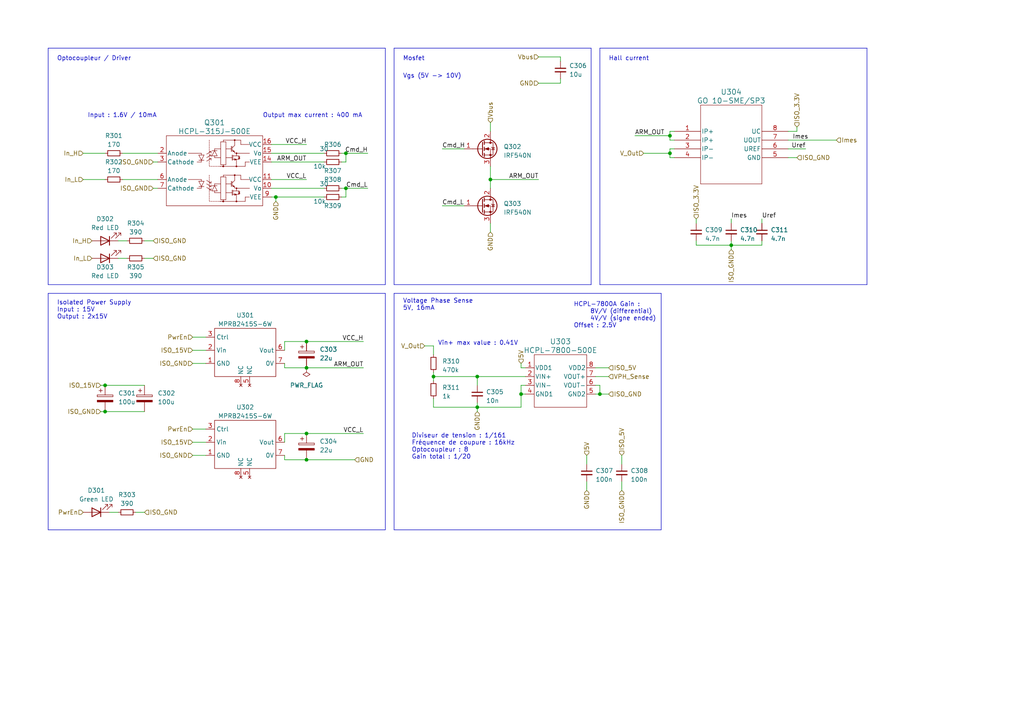
<source format=kicad_sch>
(kicad_sch (version 20250114) (generator "eeschema") (generator_version "9.0")
  (paper "A4")
  (title_block (title "AAP Inverter") (date "2023-05-01") (company "ENSEA"))
  (lib_symbols
    (symbol "Custom:GO_10-SME" (pin_names (offset 0.254))
      (property "Reference" "U" (at 7.62 -12.7 0))
      (property "Value" "GO 10-SME/SP3" (at 0 12.7 0))
      (symbol "GO_10-SME_0_1"
        (polyline (pts (xy -8.89 11.43) (xy -8.89 -11.43)) (stroke (width 0.127)))
        (polyline (pts (xy -8.89 -11.43) (xy 8.89 -11.43)) (stroke (width 0.127)))
        (polyline (pts (xy 8.89 11.43) (xy -8.89 11.43)) (stroke (width 0.127)))
        (polyline (pts (xy 8.89 -11.43) (xy 8.89 11.43)) (stroke (width 0.127)))
        (pin input line (at -16.51 3.81 0) (length 7.62) (name "IP+") (number "1"))
        (pin input line (at -16.51 1.27 0) (length 7.62) (name "IP+") (number "2"))
        (pin power_in line (at 16.51 3.81 180) (length 7.62) (name "UC") (number "8"))
        (pin output line (at 16.51 1.27 180) (length 7.62) (name "UOUT") (number "7"))
      )
      (symbol "GO_10-SME_1_1"
        (pin passive line (at -16.51 -1.27 0) (length 7.62) (name "IP-") (number "3"))
        (pin passive line (at -16.51 -3.81 0) (length 7.62) (name "IP-") (number "4"))
        (pin output line (at 16.51 -1.27 180) (length 7.62) (name "UREF") (number "6"))
        (pin power_in line (at 16.51 -3.81 180) (length 7.62) (name "GND") (number "5"))
      )
    )
    (symbol "Custom:HCPL-315J-500E" (pin_names (offset 0.254))
      (property "Reference" "Q" (at 10.16 -12.7 0))
      (property "Value" "HCPL-315J-500E" (at 0 10.16 0))
      (symbol "HCPL-315J-500E_0_1"
        (polyline (pts (xy -13.97 8.89) (xy -13.97 -11.43)) (stroke (width 0.127)))
        (polyline (pts (xy -13.97 -11.43) (xy 13.97 -11.43)) (stroke (width 0.127)))
        (polyline (pts (xy -7.62 3.81) (xy -3.81 3.81)) (stroke (width 0.127)))
        (polyline (pts (xy -7.62 -3.81) (xy -3.81 -3.81)) (stroke (width 0.127)))
        (polyline (pts (xy -5.08 1.27) (xy -3.81 1.27)) (stroke (width 0.127)))
        (polyline (pts (xy -5.08 -6.35) (xy -3.81 -6.35)) (stroke (width 0.127)))
        (polyline (pts (xy -4.572 3.302) (xy -3.81 1.778)) (stroke (width 0.127)))
        (polyline (pts (xy -4.572 -4.318) (xy -3.81 -5.842)) (stroke (width 0.127)))
        (polyline (pts (xy -3.81 3.302) (xy -3.81 3.81)) (stroke (width 0.127)))
        (polyline (pts (xy -3.81 1.778) (xy -3.048 3.302)) (stroke (width 0.127)))
        (polyline (pts (xy -3.81 1.27) (xy -3.81 1.778)) (stroke (width 0.127)))
        (polyline (pts (xy -3.81 -4.318) (xy -3.81 -3.81)) (stroke (width 0.127)))
        (polyline (pts (xy -3.81 -5.842) (xy -3.048 -4.318)) (stroke (width 0.127)))
        (polyline (pts (xy -3.81 -6.35) (xy -3.81 -5.842)) (stroke (width 0.127)))
        (polyline (pts (xy -3.048 3.302) (xy -4.572 3.302)) (stroke (width 0.127)))
        (polyline (pts (xy -3.048 1.778) (xy -4.572 1.778)) (stroke (width 0.127)))
        (polyline (pts (xy -3.048 -4.318) (xy -4.572 -4.318)) (stroke (width 0.127)))
        (polyline (pts (xy -3.048 -5.842) (xy -4.572 -5.842)) (stroke (width 0.127)))
        (polyline (pts (xy -2.286 3.556) (xy -1.016 4.318)) (stroke (width 0.127)))
        (polyline (pts (xy -2.286 2.54) (xy -1.016 3.302)) (stroke (width 0.127)))
        (polyline (pts (xy -2.286 1.524) (xy -1.016 2.286)) (stroke (width 0.127)))
        (polyline (pts (xy -2.286 -4.064) (xy -1.016 -4.826)) (stroke (width 0.127)))
        (polyline (pts (xy -2.286 -5.08) (xy -1.016 -5.842)) (stroke (width 0.127)))
        (polyline (pts (xy -2.286 -6.096) (xy -1.016 -6.858)) (stroke (width 0.127)))
        (polyline (pts (xy -1.524 7.366) (xy -1.524 7.62)) (stroke (width 0.127)))
        (polyline (pts (xy -1.524 6.858) (xy -1.524 7.112)) (stroke (width 0.127)))
        (polyline (pts (xy -1.524 6.35) (xy -1.524 6.604)) (stroke (width 0.127)))
        (polyline (pts (xy -1.524 5.842) (xy -1.524 6.096)) (stroke (width 0.127)))
        (polyline (pts (xy -1.524 5.334) (xy -1.524 5.588)) (stroke (width 0.127)))
        (polyline (pts (xy -1.524 4.826) (xy -1.524 5.08)) (stroke (width 0.127)))
        (polyline (pts (xy -1.524 4.318) (xy -1.524 4.572)) (stroke (width 0.127)))
        (polyline (pts (xy -1.524 3.81) (xy -1.524 4.064)) (stroke (width 0.127)))
        (polyline (pts (xy -1.524 3.302) (xy -1.524 3.556)) (stroke (width 0.127)))
        (polyline (pts (xy -1.524 3.048) (xy -1.524 2.794)) (stroke (width 0.127)))
        (polyline (pts (xy -1.524 2.54) (xy -1.524 2.286)) (stroke (width 0.127)))
        (polyline (pts (xy -1.524 2.032) (xy -1.524 1.778)) (stroke (width 0.127)))
        (polyline (pts (xy -1.524 1.524) (xy -1.524 1.27)) (stroke (width 0.127)))
        (polyline (pts (xy -1.524 1.016) (xy -1.524 0.762)) (stroke (width 0.127)))
        (polyline (pts (xy -1.524 0.508) (xy -1.524 0.254)) (stroke (width 0.127)))
        (polyline (pts (xy -1.524 0) (xy -1.27 0)) (stroke (width 0.127)))
        (polyline (pts (xy -1.524 -2.794) (xy -1.524 -2.54)) (stroke (width 0.127)))
        (polyline (pts (xy -1.524 -3.302) (xy -1.524 -3.048)) (stroke (width 0.127)))
        (polyline (pts (xy -1.524 -3.81) (xy -1.524 -3.556)) (stroke (width 0.127)))
        (polyline (pts (xy -1.524 -4.318) (xy -1.524 -4.064)) (stroke (width 0.127)))
        (polyline (pts (xy -1.524 -4.826) (xy -1.524 -4.572)) (stroke (width 0.127)))
        (polyline (pts (xy -1.524 -5.334) (xy -1.524 -5.08)) (stroke (width 0.127)))
        (polyline (pts (xy -1.524 -5.588) (xy -1.524 -5.842)) (stroke (width 0.127)))
        (polyline (pts (xy -1.524 -6.096) (xy -1.524 -6.35)) (stroke (width 0.127)))
        (polyline (pts (xy -1.524 -6.604) (xy -1.524 -6.858)) (stroke (width 0.127)))
        (polyline (pts (xy -1.524 -7.112) (xy -1.524 -7.366)) (stroke (width 0.127)))
        (polyline (pts (xy -1.524 -7.62) (xy -1.524 -7.874)) (stroke (width 0.127)))
        (polyline (pts (xy -1.524 -8.128) (xy -1.524 -8.382)) (stroke (width 0.127)))
        (polyline (pts (xy -1.524 -8.636) (xy -1.524 -8.89)) (stroke (width 0.127)))
        (polyline (pts (xy -1.524 -9.144) (xy -1.524 -9.398)) (stroke (width 0.127)))
        (polyline (pts (xy -1.524 -9.652) (xy -1.524 -9.906)) (stroke (width 0.127)))
        (polyline (pts (xy -1.524 -10.16) (xy -1.27 -10.16)) (stroke (width 0.127)))
        (polyline (pts (xy -1.016 4.318) (xy -1.524 4.318)) (stroke (width 0.127)))
        (polyline (pts (xy -1.016 4.318) (xy -1.016 3.81)) (stroke (width 0.127)))
        (polyline (pts (xy -1.016 3.302) (xy -1.524 3.302)) (stroke (width 0.127)))
        (polyline (pts (xy -1.016 3.302) (xy -1.016 2.794)) (stroke (width 0.127)))
        (polyline (pts (xy -1.016 2.286) (xy -1.524 2.286)) (stroke (width 0.127)))
        (polyline (pts (xy -1.016 2.286) (xy -1.016 1.778)) (stroke (width 0.127)))
        (polyline (pts (xy -1.016 -4.826) (xy -1.524 -4.826)) (stroke (width 0.127)))
        (polyline (pts (xy -1.016 -4.826) (xy -1.016 -4.318)) (stroke (width 0.127)))
        (polyline (pts (xy -1.016 -5.842) (xy -1.524 -5.842)) (stroke (width 0.127)))
        (polyline (pts (xy -1.016 -5.842) (xy -1.016 -5.334)) (stroke (width 0.127)))
        (polyline (pts (xy -1.016 -6.858) (xy -1.524 -6.858)) (stroke (width 0.127)))
        (polyline (pts (xy -1.016 -6.858) (xy -1.016 -6.35)) (stroke (width 0.127)))
        (polyline (pts (xy -0.762 4.572) (xy 0.762 4.572)) (stroke (width 0.127)))
        (polyline (pts (xy -0.762 3.048) (xy 0.762 3.048)) (stroke (width 0.127)))
        (polyline (pts (xy -0.762 0) (xy -1.016 0)) (stroke (width 0.127)))
        (polyline (pts (xy -0.762 -5.588) (xy 0.762 -5.588)) (stroke (width 0.127)))
        (polyline (pts (xy -0.762 -7.112) (xy 0.762 -7.112)) (stroke (width 0.127)))
        (polyline (pts (xy -0.762 -10.16) (xy -1.016 -10.16)) (stroke (width 0.127)))
        (polyline (pts (xy -0.254 0) (xy -0.508 0)) (stroke (width 0.127)))
        (polyline (pts (xy -0.254 -10.16) (xy -0.508 -10.16)) (stroke (width 0.127)))
        (polyline (pts (xy 0 5.08) (xy 0 4.572)) (stroke (width 0.127)))
        (polyline (pts (xy 0 4.572) (xy -0.762 3.048)) (stroke (width 0.127)))
        (polyline (pts (xy 0 3.048) (xy 0 2.54)) (stroke (width 0.127)))
        (polyline (pts (xy 0 -5.08) (xy 0 -5.588)) (stroke (width 0.127)))
        (polyline (pts (xy 0 -5.588) (xy -0.762 -7.112)) (stroke (width 0.127)))
        (polyline (pts (xy 0 -7.112) (xy 0 -7.62)) (stroke (width 0.127)))
        (polyline (pts (xy 0.254 0) (xy 0 0)) (stroke (width 0.127)))
        (polyline (pts (xy 0.254 -10.16) (xy 0 -10.16)) (stroke (width 0.127)))
        (polyline (pts (xy 0.762 3.048) (xy 0 4.572)) (stroke (width 0.127)))
        (polyline (pts (xy 0.762 0) (xy 0.508 0)) (stroke (width 0.127)))
        (polyline (pts (xy 0.762 -7.112) (xy 0 -5.588)) (stroke (width 0.127)))
        (polyline (pts (xy 0.762 -10.16) (xy 0.508 -10.16)) (stroke (width 0.127)))
        (polyline (pts (xy 1.27 0) (xy 1.016 0)) (stroke (width 0.127)))
        (polyline (pts (xy 1.27 -10.16) (xy 1.016 -10.16)) (stroke (width 0.127)))
        (polyline (pts (xy 1.778 7.112) (xy 1.778 0.508)) (stroke (width 0.127)))
        (polyline (pts (xy 1.778 5.08) (xy 0 5.08)) (stroke (width 0.127)))
        (polyline (pts (xy 1.778 2.54) (xy 0 2.54)) (stroke (width 0.127)))
        (polyline (pts (xy 1.778 0.508) (xy 3.302 0.508)) (stroke (width 0.127)))
        (polyline (pts (xy 1.778 0) (xy 1.524 0)) (stroke (width 0.127)))
        (polyline (pts (xy 1.778 0) (xy 1.524 0)) (stroke (width 0.127)))
        (polyline (pts (xy 1.778 -3.048) (xy 1.778 -9.652)) (stroke (width 0.127)))
        (polyline (pts (xy 1.778 -5.08) (xy 0 -5.08)) (stroke (width 0.127)))
        (polyline (pts (xy 1.778 -7.62) (xy 0 -7.62)) (stroke (width 0.127)))
        (polyline (pts (xy 1.778 -9.652) (xy 3.302 -9.652)) (stroke (width 0.127)))
        (polyline (pts (xy 1.778 -10.16) (xy 1.524 -10.16)) (stroke (width 0.127)))
        (polyline (pts (xy 1.778 -10.16) (xy 1.524 -10.16)) (stroke (width 0.127)))
        (polyline (pts (xy 2.286 0) (xy 2.032 0)) (stroke (width 0.127)))
        (polyline (pts (xy 2.286 0) (xy 2.032 0)) (stroke (width 0.127)))
        (polyline (pts (xy 2.286 -10.16) (xy 2.032 -10.16)) (stroke (width 0.127)))
        (polyline (pts (xy 2.286 -10.16) (xy 2.032 -10.16)) (stroke (width 0.127)))
        (polyline (pts (xy 2.54 7.62) (xy 2.54 7.112)) (stroke (width 0.127)))
        (polyline (pts (xy 2.54 0.508) (xy 2.54 0)) (stroke (width 0.127)))
        (circle (center 2.54 0) (radius 0.127) (stroke (width 0.254)))
        (polyline (pts (xy 2.54 -2.54) (xy 2.54 -3.048)) (stroke (width 0.127)))
        (polyline (pts (xy 2.54 -9.652) (xy 2.54 -10.16)) (stroke (width 0.127)))
        (circle (center 2.54 -10.16) (radius 0.127) (stroke (width 0.254)))
        (polyline (pts (xy 3.302 7.112) (xy 1.778 7.112)) (stroke (width 0.127)))
        (polyline (pts (xy 3.302 5.08) (xy 4.826 5.08)) (stroke (width 0.127)))
        (polyline (pts (xy 3.302 2.54) (xy 5.08 2.54)) (stroke (width 0.127)))
        (polyline (pts (xy 3.302 0.508) (xy 3.302 7.112)) (stroke (width 0.127)))
        (polyline (pts (xy 3.302 -3.048) (xy 1.778 -3.048)) (stroke (width 0.127)))
        (polyline (pts (xy 3.302 -5.08) (xy 4.826 -5.08)) (stroke (width 0.127)))
        (polyline (pts (xy 3.302 -7.62) (xy 5.08 -7.62)) (stroke (width 0.127)))
        (polyline (pts (xy 3.302 -9.652) (xy 3.302 -3.048)) (stroke (width 0.127)))
        (polyline (pts (xy 4.826 5.842) (xy 4.826 4.318)) (stroke (width 0.127)))
        (polyline (pts (xy 4.826 -4.318) (xy 4.826 -5.842)) (stroke (width 0.127)))
        (polyline (pts (xy 5.08 5.842) (xy 5.08 4.318)) (stroke (width 0.127)))
        (polyline (pts (xy 5.08 5.334) (xy 5.842 6.096)) (stroke (width 0.127)))
        (polyline (pts (xy 5.08 4.826) (xy 5.588 4.318)) (stroke (width 0.127)))
        (polyline (pts (xy 5.08 3.302) (xy 5.08 1.778)) (stroke (width 0.127)))
        (polyline (pts (xy 5.08 -4.318) (xy 5.08 -5.842)) (stroke (width 0.127)))
        (polyline (pts (xy 5.08 -4.826) (xy 5.842 -4.064)) (stroke (width 0.127)))
        (polyline (pts (xy 5.08 -5.334) (xy 5.588 -5.842)) (stroke (width 0.127)))
        (polyline (pts (xy 5.08 -6.858) (xy 5.08 -8.382)) (stroke (width 0.127)))
        (polyline (pts (xy 5.334 3.302) (xy 5.334 1.778)) (stroke (width 0.127)))
        (polyline (pts (xy 5.334 3.048) (xy 7.112 3.048)) (stroke (width 0.127)))
        (polyline (pts (xy 5.334 2.032) (xy 7.112 2.032)) (stroke (width 0.127)))
        (polyline (pts (xy 5.334 -6.858) (xy 5.334 -8.382)) (stroke (width 0.127)))
        (polyline (pts (xy 5.334 -7.112) (xy 7.112 -7.112)) (stroke (width 0.127)))
        (polyline (pts (xy 5.334 -8.128) (xy 7.112 -8.128)) (stroke (width 0.127)))
        (polyline (pts (xy 5.842 7.62) (xy 5.842 6.096)) (stroke (width 0.127)))
        (circle (center 5.842 7.62) (radius 0.127) (stroke (width 0.254)))
        (polyline (pts (xy 5.842 4.064) (xy 5.842 3.81)) (stroke (width 0.127)))
        (polyline (pts (xy 5.842 4.064) (xy 5.588 4.572) (xy 5.334 4.318)) (fill (type outline)))
        (polyline (pts (xy 5.842 -2.54) (xy 5.842 -4.064)) (stroke (width 0.127)))
        (circle (center 5.842 -2.54) (radius 0.127) (stroke (width 0.254)))
        (polyline (pts (xy 5.842 -6.096) (xy 5.842 -6.35)) (stroke (width 0.127)))
        (polyline (pts (xy 5.842 -6.096) (xy 5.588 -5.588) (xy 5.334 -5.842)) (fill (type outline)))
        (polyline (pts (xy 6.35 3.81) (xy 10.16 3.81)) (stroke (width 0.127)))
        (circle (center 6.35 3.81) (radius 0.127) (stroke (width 0.254)))
        (polyline (pts (xy 6.35 3.048) (xy 6.35 3.81)) (stroke (width 0.127)))
        (polyline (pts (xy 6.35 2.032) (xy 5.842 1.778) (xy 5.842 2.286)) (fill (type outline)))
        (polyline (pts (xy 6.35 0) (xy 6.35 2.032)) (stroke (width 0.127)))
        (circle (center 6.35 0) (radius 0.127) (stroke (width 0.254)))
        (polyline (pts (xy 6.35 -6.35) (xy 10.16 -6.35)) (stroke (width 0.127)))
        (circle (center 6.35 -6.35) (radius 0.127) (stroke (width 0.254)))
        (polyline (pts (xy 6.35 -7.112) (xy 6.35 -6.35)) (stroke (width 0.127)))
        (polyline (pts (xy 6.35 -8.128) (xy 5.842 -8.382) (xy 5.842 -7.874)) (fill (type outline)))
        (polyline (pts (xy 6.35 -10.16) (xy 6.35 -8.128)) (stroke (width 0.127)))
        (circle (center 6.35 -10.16) (radius 0.127) (stroke (width 0.254)))
        (polyline (pts (xy 6.858 2.794) (xy 7.366 2.794)) (stroke (width 0.127)))
        (polyline (pts (xy 6.858 -7.366) (xy 7.366 -7.366)) (stroke (width 0.127)))
        (polyline (pts (xy 7.112 3.048) (xy 7.112 2.794)) (stroke (width 0.127)))
        (polyline (pts (xy 7.112 2.794) (xy 7.366 2.286) (xy 6.858 2.286)) (fill (type outline)))
        (polyline (pts (xy 7.112 2.286) (xy 7.112 2.032)) (stroke (width 0.127)))
        (polyline (pts (xy 7.112 -7.112) (xy 7.112 -7.366)) (stroke (width 0.127)))
        (polyline (pts (xy 7.112 -7.366) (xy 7.366 -7.874) (xy 6.858 -7.874)) (fill (type outline)))
        (polyline (pts (xy 7.112 -7.874) (xy 7.112 -8.128)) (stroke (width 0.127)))
        (polyline (pts (xy 7.62 7.62) (xy 2.54 7.62)) (stroke (width 0.127)))
        (polyline (pts (xy 7.62 7.62) (xy 7.62 6.35)) (stroke (width 0.127)))
        (polyline (pts (xy 7.62 6.35) (xy 10.16 6.35)) (stroke (width 0.127)))
        (polyline (pts (xy 7.62 -2.54) (xy 2.54 -2.54)) (stroke (width 0.127)))
        (polyline (pts (xy 7.62 -2.54) (xy 7.62 -3.81)) (stroke (width 0.127)))
        (polyline (pts (xy 7.62 -3.81) (xy 10.16 -3.81)) (stroke (width 0.127)))
        (polyline (pts (xy 8.89 1.27) (xy 8.89 0)) (stroke (width 0.127)))
        (polyline (pts (xy 8.89 1.27) (xy 10.16 1.27)) (stroke (width 0.127)))
        (polyline (pts (xy 8.89 0) (xy 2.54 0)) (stroke (width 0.127)))
        (polyline (pts (xy 8.89 -8.89) (xy 8.89 -10.16)) (stroke (width 0.127)))
        (polyline (pts (xy 8.89 -8.89) (xy 10.16 -8.89)) (stroke (width 0.127)))
        (polyline (pts (xy 8.89 -10.16) (xy 2.54 -10.16)) (stroke (width 0.127)))
        (polyline (pts (xy 13.97 8.89) (xy -13.97 8.89)) (stroke (width 0.127)))
        (polyline (pts (xy 13.97 -11.43) (xy 13.97 8.89)) (stroke (width 0.127)))
      )
      (symbol "HCPL-315J-500E_1_1"
        (pin unspecified line (at -16.51 3.81 0) (length 2.54) (name "Anode") (number "2"))
        (pin unspecified line (at -16.51 1.27 0) (length 2.54) (name "Cathode") (number "3"))
        (pin unspecified line (at -16.51 -3.81 0) (length 2.54) (name "Anode") (number "6"))
        (pin unspecified line (at -16.51 -6.35 0) (length 2.54) (name "Cathode") (number "7"))
        (pin no_connect line (at -16.51 -8.89 0) (length 2.54) (hide yes) (name "N/C") (number "8"))
        (pin no_connect line (at -11.43 6.35 0) (length 2.54) (hide yes) (name "N/C") (number "1"))
        (pin power_in line (at 16.51 6.35 180) (length 2.54) (name "VCC") (number "16"))
        (pin output line (at 16.51 3.81 180) (length 2.54) (name "Vo") (number "15"))
        (pin power_in line (at 16.51 1.27 180) (length 2.54) (name "VEE") (number "14"))
        (pin power_in line (at 16.51 -3.81 180) (length 2.54) (name "VCC") (number "11"))
        (pin output line (at 16.51 -6.35 180) (length 2.54) (name "Vo") (number "10"))
        (pin power_in line (at 16.51 -8.89 180) (length 2.54) (name "VEE") (number "9"))
      )
    )
    (symbol "Custom:HCPL-7800-500E" (pin_names (offset 0.254))
      (property "Reference" "U" (at 6.35 -8.89 0))
      (property "Value" "HCPL-7800-500E" (at 0 8.89 0))
      (symbol "HCPL-7800-500E_0_1"
        (polyline (pts (xy -7.62 7.62) (xy -7.62 -7.62)) (stroke (width 0.127)))
        (polyline (pts (xy -7.62 -7.62) (xy 7.62 -7.62)) (stroke (width 0.127)))
        (polyline (pts (xy 7.62 7.62) (xy -7.62 7.62)) (stroke (width 0.127)))
        (polyline (pts (xy 7.62 -7.62) (xy 7.62 7.62)) (stroke (width 0.127)))
      )
      (symbol "HCPL-7800-500E_1_1"
        (pin power_in line (at -10.16 3.81 0) (length 2.54) (name "VDD1") (number "1"))
        (pin input line (at -10.16 1.27 0) (length 2.54) (name "VIN+") (number "2"))
        (pin input line (at -10.16 -1.27 0) (length 2.54) (name "VIN-") (number "3"))
        (pin power_in line (at -10.16 -3.81 0) (length 2.54) (name "GND1") (number "4"))
        (pin power_in line (at 10.16 3.81 180) (length 2.54) (name "VDD2") (number "8"))
        (pin passive line (at 10.16 1.27 180) (length 2.54) (name "VOUT+") (number "7"))
        (pin passive line (at 10.16 -1.27 180) (length 2.54) (name "VOUT-") (number "6"))
        (pin power_in line (at 10.16 -3.81 180) (length 2.54) (name "GND2") (number "5"))
      )
    )
    (symbol "Custom:MPRB2415S-6W"
      (property "Reference" "U" (at 6.35 -8.89 0))
      (property "Value" "MPRB2415S-6W" (at 0 7.62 0))
      (symbol "MPRB2415S-6W_1_1"
        (rectangle (start -8.89 6.35) (end 8.89 -7.62))
        (pin bidirectional line (at -11.43 3.81 0) (length 2.54) (name "Ctrl") (number "3"))
        (pin power_in line (at -11.43 0 0) (length 2.54) (name "Vin") (number "2"))
        (pin power_in line (at -11.43 -3.81 0) (length 2.54) (name "GND") (number "1"))
        (pin no_connect line (at -1.27 -10.16 90) (length 2.54) (name "NC") (number "8"))
        (pin no_connect line (at 1.27 -10.16 90) (length 2.54) (name "NC") (number "5"))
        (pin power_out line (at 11.43 0 180) (length 2.54) (name "Vout") (number "6"))
        (pin passive line (at 11.43 -3.81 180) (length 2.54) (name "0V") (number "7"))
      )
    )
    (symbol "Device:C_Polarized" (pin_numbers (hide yes)) (pin_names (offset 0.254))
      (property "Reference" "C" (at 0.635 2.54 0))
      (property "Value" "C_Polarized" (at 0.635 -2.54 0))
      (symbol "C_Polarized_0_1"
        (rectangle (start -2.286 0.508) (end 2.286 1.016))
        (polyline (pts (xy -1.778 2.286) (xy -0.762 2.286)))
        (polyline (pts (xy -1.27 2.794) (xy -1.27 1.778)))
        (rectangle (start 2.286 -0.508) (end -2.286 -1.016) (fill (type outline)))
      )
      (symbol "C_Polarized_1_1"
        (pin passive line (at 0 3.81 270) (length 2.794) (name "~") (number "1"))
        (pin passive line (at 0 -3.81 90) (length 2.794) (name "~") (number "2"))
      )
    )
    (symbol "Device:C_Small" (pin_numbers (hide yes)) (pin_names (offset 0.254) (hide yes))
      (property "Reference" "C" (at 0.254 1.778 0))
      (property "Value" "C_Small" (at 0.254 -2.032 0))
      (symbol "C_Small_0_1"
        (polyline (pts (xy -1.524 0.508) (xy 1.524 0.508)) (stroke (width 0.3048)))
        (polyline (pts (xy -1.524 -0.508) (xy 1.524 -0.508)) (stroke (width 0.3302)))
      )
      (symbol "C_Small_1_1"
        (pin passive line (at 0 2.54 270) (length 2.032) (name "~") (number "1"))
        (pin passive line (at 0 -2.54 90) (length 2.032) (name "~") (number "2"))
      )
    )
    (symbol "Device:LED" (pin_numbers (hide yes)) (pin_names (offset 1.016) (hide yes))
      (property "Reference" "D" (at 0 2.54 0))
      (property "Value" "LED" (at 0 -2.54 0))
      (symbol "LED_0_1"
        (polyline (pts (xy -3.048 -0.762) (xy -4.572 -2.286) (xy -3.81 -2.286) (xy -4.572 -2.286) (xy -4.572 -1.524)))
        (polyline (pts (xy -1.778 -0.762) (xy -3.302 -2.286) (xy -2.54 -2.286) (xy -3.302 -2.286) (xy -3.302 -1.524)))
        (polyline (pts (xy -1.27 0) (xy 1.27 0)))
        (polyline (pts (xy -1.27 -1.27) (xy -1.27 1.27)) (stroke (width 0.254)))
        (polyline (pts (xy 1.27 -1.27) (xy 1.27 1.27) (xy -1.27 0) (xy 1.27 -1.27)) (stroke (width 0.254)))
      )
      (symbol "LED_1_1"
        (pin passive line (at -3.81 0 0) (length 2.54) (name "K") (number "1"))
        (pin passive line (at 3.81 0 180) (length 2.54) (name "A") (number "2"))
      )
    )
    (symbol "Device:R_Small" (pin_numbers (hide yes)) (pin_names (offset 0.254) (hide yes))
      (property "Reference" "R" (at 0.762 0.508 0))
      (property "Value" "R_Small" (at 0.762 -1.016 0))
      (symbol "R_Small_0_1"
        (rectangle (start -0.762 1.778) (end 0.762 -1.778) (stroke (width 0.2032)))
      )
      (symbol "R_Small_1_1"
        (pin passive line (at 0 2.54 270) (length 0.762) (name "~") (number "1"))
        (pin passive line (at 0 -2.54 90) (length 0.762) (name "~") (number "2"))
      )
    )
    (symbol "MPRB2415S-6W_1"
      (property "Reference" "U" (at 6.35 -8.89 0))
      (property "Value" "MPRB2415S-6W" (at 0 7.62 0))
      (symbol "MPRB2415S-6W_1_1_1"
        (rectangle (start -8.89 6.35) (end 8.89 -7.62))
        (pin bidirectional line (at -11.43 3.81 0) (length 2.54) (name "Ctrl") (number "3"))
        (pin power_in line (at -11.43 0 0) (length 2.54) (name "Vin") (number "2"))
        (pin power_in line (at -11.43 -3.81 0) (length 2.54) (name "GND") (number "1"))
        (pin no_connect line (at -1.27 -10.16 90) (length 2.54) (name "NC") (number "8"))
        (pin no_connect line (at 1.27 -10.16 90) (length 2.54) (name "NC") (number "5"))
        (pin power_out line (at 11.43 0 180) (length 2.54) (name "Vout") (number "6"))
        (pin passive line (at 11.43 -3.81 180) (length 2.54) (name "0V") (number "7"))
      )
    )
    (symbol "Transistor_FET:IRF540N" (pin_names (hide yes))
      (property "Reference" "Q" (at 6.35 1.905 0))
      (property "Value" "IRF540N" (at 6.35 0 0))
      (symbol "IRF540N_0_1"
        (polyline (pts (xy 0.254 1.905) (xy 0.254 -1.905)) (stroke (width 0.254)))
        (polyline (pts (xy 0.254 0) (xy -2.54 0)))
        (polyline (pts (xy 0.762 2.286) (xy 0.762 1.27)) (stroke (width 0.254)))
        (polyline (pts (xy 0.762 0.508) (xy 0.762 -0.508)) (stroke (width 0.254)))
        (polyline (pts (xy 0.762 -1.27) (xy 0.762 -2.286)) (stroke (width 0.254)))
        (polyline (pts (xy 0.762 -1.778) (xy 3.302 -1.778) (xy 3.302 1.778) (xy 0.762 1.778)))
        (polyline (pts (xy 1.016 0) (xy 2.032 0.381) (xy 2.032 -0.381) (xy 1.016 0)) (fill (type outline)))
        (circle (center 1.651 0) (radius 2.794) (stroke (width 0.254)))
        (polyline (pts (xy 2.54 2.54) (xy 2.54 1.778)))
        (circle (center 2.54 1.778) (radius 0.254) (fill (type outline)))
        (circle (center 2.54 -1.778) (radius 0.254) (fill (type outline)))
        (polyline (pts (xy 2.54 -2.54) (xy 2.54 0) (xy 0.762 0)))
        (polyline (pts (xy 2.794 0.508) (xy 2.921 0.381) (xy 3.683 0.381) (xy 3.81 0.254)))
        (polyline (pts (xy 3.302 0.381) (xy 2.921 -0.254) (xy 3.683 -0.254) (xy 3.302 0.381)))
      )
      (symbol "IRF540N_1_1"
        (pin input line (at -5.08 0 0) (length 2.54) (name "G") (number "1"))
        (pin passive line (at 2.54 5.08 270) (length 2.54) (name "D") (number "2"))
        (pin passive line (at 2.54 -5.08 90) (length 2.54) (name "S") (number "3"))
      )
    )
    (symbol "power:PWR_FLAG" (power) (pin_numbers (hide yes)) (pin_names (offset 0) (hide yes))
      (property "Value" "PWR_FLAG" (at 0 3.81 0))
      (symbol "PWR_FLAG_0_0"
        (pin power_out line (at 0 0 90) (length 0) (name "pwr") (number "1"))
      )
      (symbol "PWR_FLAG_0_1"
        (polyline (pts (xy 0 0) (xy 0 1.27) (xy -1.016 1.905) (xy 0 2.54) (xy 1.016 1.905) (xy 0 1.27)))
      )
    )
  )
  (text "Hall current" (at 176.53 17.78 0) (effects (font (size 1.27 1.27)) (justify left bottom)))
  (text "Isolated Power Supply\nInput : 15V\nOutput : 2x15V" (at 16.51 92.71 0) (effects (font (size 1.27 1.27)) (justify left bottom)))
  (text "Output max current : 400 mA" (at 76.2 34.29 0) (effects (font (size 1.27 1.27)) (justify left bottom)))
  (text "Input : 1.6V / 10mA\n" (at 25.4 34.29 0) (effects (font (size 1.27 1.27)) (justify left bottom)))
  (text "Voltage Phase Sense\n5V, 16mA\n" (at 116.84 90.17 0) (effects (font (size 1.27 1.27)) (justify left bottom)))
  (text "Vgs (5V -> 10V)\n" (at 116.84 22.86 0) (effects (font (size 1.27 1.27)) (justify left bottom)))
  (text "Vin+ max value : 0.41V" (at 127 100.33 0) (effects (font (size 1.27 1.27)) (justify left bottom)))
  (text "Mosfet" (at 116.84 17.78 0) (effects (font (size 1.27 1.27)) (justify left bottom)))
  (text "Optocoupleur / Driver" (at 16.51 17.78 0) (effects (font (size 1.27 1.27)) (justify left bottom)))
  (text "Diviseur de tension : 1/161\nFréquence de coupure : 16kHz\nOptocoupleur : 8\nGain total : 1/20" (at 119.38 133.35 0) (effects (font (size 1.27 1.27)) (justify left bottom)))
  (text "HCPL-7800A Gain :\n	8V/V (differential)\n	4V/V (signe ended)\nOffset : 2.5V" (at 166.37 95.25 0) (effects (font (size 1.27 1.27)) (justify left bottom)))
  (junction (at 194.31 44.45))
  (junction (at 212.09 71.12))
  (junction (at 80.01 57.15))
  (junction (at 88.9 133.35))
  (junction (at 100.33 54.61))
  (junction (at 88.9 99.06))
  (junction (at 30.48 111.76))
  (junction (at 138.43 118.11))
  (junction (at 30.48 119.38))
  (junction (at 125.73 109.22))
  (junction (at 100.33 44.45))
  (junction (at 88.9 106.68))
  (junction (at 88.9 125.73))
  (junction (at 142.24 52.07))
  (junction (at 151.13 114.3))
  (junction (at 138.43 109.22))
  (junction (at 194.31 39.37))
  (junction (at 173.99 114.3))
  (wire (pts (xy 212.09 69.85) (xy 212.09 71.12)))
  (wire (pts (xy 201.93 71.12) (xy 212.09 71.12)))
  (wire (pts (xy 78.74 41.91) (xy 88.9 41.91)))
  (wire (pts (xy 172.72 114.3) (xy 173.99 114.3)))
  (wire (pts (xy 88.9 99.06) (xy 105.41 99.06)))
  (wire (pts (xy 142.24 64.77) (xy 142.24 67.31)))
  (wire (pts (xy 162.56 16.51) (xy 162.56 17.78)))
  (wire (pts (xy 138.43 118.11) (xy 138.43 119.38)))
  (wire (pts (xy 151.13 106.68) (xy 151.13 105.41)))
  (polyline (pts (xy 251.46 82.55) (xy 173.99 82.55)))
  (wire (pts (xy 142.24 35.56) (xy 142.24 38.1)))
  (wire (pts (xy 142.24 48.26) (xy 142.24 52.07)))
  (wire (pts (xy 80.01 57.15) (xy 93.98 57.15)))
  (wire (pts (xy 195.58 40.64) (xy 194.31 40.64)))
  (wire (pts (xy 142.24 52.07) (xy 156.21 52.07)))
  (wire (pts (xy 194.31 44.45) (xy 194.31 43.18)))
  (wire (pts (xy 24.13 44.45) (xy 30.48 44.45)))
  (wire (pts (xy 100.33 54.61) (xy 106.68 54.61)))
  (wire (pts (xy 55.88 97.79) (xy 59.69 97.79)))
  (wire (pts (xy 228.6 38.1) (xy 231.14 38.1)))
  (wire (pts (xy 125.73 107.95) (xy 125.73 109.22)))
  (polyline (pts (xy 191.77 153.67) (xy 114.3 153.67)))
  (wire (pts (xy 194.31 43.18) (xy 195.58 43.18)))
  (wire (pts (xy 88.9 133.35) (xy 102.87 133.35)))
  (polyline (pts (xy 114.3 85.09) (xy 191.77 85.09)))
  (wire (pts (xy 162.56 22.86) (xy 162.56 24.13)))
  (wire (pts (xy 55.88 128.27) (xy 59.69 128.27)))
  (wire (pts (xy 80.01 58.42) (xy 80.01 57.15)))
  (wire (pts (xy 220.98 69.85) (xy 220.98 71.12)))
  (wire (pts (xy 173.99 114.3) (xy 176.53 114.3)))
  (wire (pts (xy 82.55 125.73) (xy 88.9 125.73)))
  (wire (pts (xy 39.37 148.59) (xy 41.91 148.59)))
  (wire (pts (xy 88.9 106.68) (xy 105.41 106.68)))
  (wire (pts (xy 125.73 118.11) (xy 138.43 118.11)))
  (wire (pts (xy 34.29 69.85) (xy 36.83 69.85)))
  (wire (pts (xy 88.9 125.73) (xy 105.41 125.73)))
  (wire (pts (xy 30.48 111.76) (xy 41.91 111.76)))
  (wire (pts (xy 82.55 125.73) (xy 82.55 128.27)))
  (wire (pts (xy 151.13 111.76) (xy 151.13 114.3)))
  (wire (pts (xy 34.29 74.93) (xy 36.83 74.93)))
  (polyline (pts (xy 191.77 85.09) (xy 191.77 153.67)))
  (wire (pts (xy 125.73 100.33) (xy 123.19 100.33)))
  (wire (pts (xy 128.27 59.69) (xy 134.62 59.69)))
  (wire (pts (xy 194.31 44.45) (xy 194.31 45.72)))
  (wire (pts (xy 125.73 109.22) (xy 138.43 109.22)))
  (wire (pts (xy 80.01 57.15) (xy 78.74 57.15)))
  (wire (pts (xy 201.93 63.5) (xy 201.93 64.77)))
  (wire (pts (xy 186.69 44.45) (xy 194.31 44.45)))
  (wire (pts (xy 99.06 54.61) (xy 100.33 54.61)))
  (polyline (pts (xy 111.76 13.97) (xy 111.76 82.55)))
  (wire (pts (xy 35.56 52.07) (xy 45.72 52.07)))
  (wire (pts (xy 151.13 118.11) (xy 151.13 114.3)))
  (polyline (pts (xy 13.97 13.97) (xy 111.76 13.97)))
  (wire (pts (xy 29.21 111.76) (xy 30.48 111.76)))
  (wire (pts (xy 184.15 39.37) (xy 194.31 39.37)))
  (wire (pts (xy 194.31 39.37) (xy 194.31 40.64)))
  (wire (pts (xy 78.74 52.07) (xy 88.9 52.07)))
  (wire (pts (xy 231.14 38.1) (xy 231.14 36.83)))
  (wire (pts (xy 228.6 45.72) (xy 231.14 45.72)))
  (wire (pts (xy 142.24 52.07) (xy 142.24 54.61)))
  (wire (pts (xy 99.06 46.99) (xy 100.33 46.99)))
  (wire (pts (xy 212.09 71.12) (xy 220.98 71.12)))
  (wire (pts (xy 99.06 44.45) (xy 100.33 44.45)))
  (wire (pts (xy 128.27 43.18) (xy 134.62 43.18)))
  (wire (pts (xy 201.93 69.85) (xy 201.93 71.12)))
  (wire (pts (xy 82.55 106.68) (xy 82.55 105.41)))
  (wire (pts (xy 194.31 45.72) (xy 195.58 45.72)))
  (polyline (pts (xy 114.3 13.97) (xy 114.3 82.55)))
  (wire (pts (xy 125.73 109.22) (xy 125.73 110.49)))
  (wire (pts (xy 100.33 57.15) (xy 100.33 54.61)))
  (polyline (pts (xy 111.76 85.09) (xy 111.76 153.67)))
  (polyline (pts (xy 111.76 153.67) (xy 13.97 153.67)))
  (wire (pts (xy 82.55 106.68) (xy 88.9 106.68)))
  (polyline (pts (xy 114.3 85.09) (xy 114.3 153.67)))
  (polyline (pts (xy 114.3 13.97) (xy 171.45 13.97)))
  (wire (pts (xy 138.43 116.84) (xy 138.43 118.11)))
  (wire (pts (xy 180.34 132.08) (xy 180.34 134.62)))
  (wire (pts (xy 194.31 38.1) (xy 195.58 38.1)))
  (wire (pts (xy 78.74 46.99) (xy 93.98 46.99)))
  (wire (pts (xy 55.88 132.08) (xy 59.69 132.08)))
  (polyline (pts (xy 13.97 13.97) (xy 13.97 82.55)))
  (wire (pts (xy 82.55 99.06) (xy 82.55 101.6)))
  (wire (pts (xy 228.6 40.64) (xy 242.57 40.64)))
  (wire (pts (xy 220.98 63.5) (xy 220.98 64.77)))
  (wire (pts (xy 138.43 118.11) (xy 151.13 118.11)))
  (wire (pts (xy 151.13 114.3) (xy 152.4 114.3)))
  (wire (pts (xy 170.18 139.7) (xy 170.18 142.24)))
  (wire (pts (xy 99.06 57.15) (xy 100.33 57.15)))
  (wire (pts (xy 30.48 52.07) (xy 24.13 52.07)))
  (wire (pts (xy 82.55 133.35) (xy 88.9 133.35)))
  (wire (pts (xy 125.73 115.57) (xy 125.73 118.11)))
  (wire (pts (xy 228.6 43.18) (xy 233.68 43.18)))
  (wire (pts (xy 138.43 109.22) (xy 152.4 109.22)))
  (wire (pts (xy 100.33 44.45) (xy 106.68 44.45)))
  (wire (pts (xy 44.45 46.99) (xy 45.72 46.99)))
  (wire (pts (xy 78.74 44.45) (xy 93.98 44.45)))
  (polyline (pts (xy 173.99 13.97) (xy 251.46 13.97)))
  (wire (pts (xy 212.09 71.12) (xy 212.09 72.39)))
  (wire (pts (xy 35.56 44.45) (xy 45.72 44.45)))
  (wire (pts (xy 172.72 111.76) (xy 173.99 111.76)))
  (polyline (pts (xy 173.99 13.97) (xy 173.99 82.55)))
  (wire (pts (xy 176.53 106.68) (xy 172.72 106.68)))
  (polyline (pts (xy 171.45 13.97) (xy 171.45 82.55)))
  (wire (pts (xy 29.21 119.38) (xy 30.48 119.38)))
  (wire (pts (xy 30.48 119.38) (xy 41.91 119.38)))
  (wire (pts (xy 55.88 105.41) (xy 59.69 105.41)))
  (wire (pts (xy 170.18 132.08) (xy 170.18 134.62)))
  (wire (pts (xy 31.75 148.59) (xy 34.29 148.59)))
  (polyline (pts (xy 13.97 85.09) (xy 13.97 153.67)))
  (wire (pts (xy 138.43 111.76) (xy 138.43 109.22)))
  (wire (pts (xy 125.73 102.87) (xy 125.73 100.33)))
  (wire (pts (xy 212.09 63.5) (xy 212.09 64.77)))
  (wire (pts (xy 152.4 111.76) (xy 151.13 111.76)))
  (wire (pts (xy 194.31 38.1) (xy 194.31 39.37)))
  (wire (pts (xy 100.33 44.45) (xy 100.33 46.99)))
  (wire (pts (xy 78.74 54.61) (xy 93.98 54.61)))
  (wire (pts (xy 180.34 142.24) (xy 180.34 139.7)))
  (wire (pts (xy 156.21 24.13) (xy 162.56 24.13)))
  (wire (pts (xy 82.55 99.06) (xy 88.9 99.06)))
  (wire (pts (xy 156.21 16.51) (xy 162.56 16.51)))
  (polyline (pts (xy 13.97 85.09) (xy 111.76 85.09)))
  (wire (pts (xy 59.69 124.46) (xy 55.88 124.46)))
  (wire (pts (xy 55.88 101.6) (xy 59.69 101.6)))
  (wire (pts (xy 152.4 106.68) (xy 151.13 106.68)))
  (wire (pts (xy 41.91 69.85) (xy 44.45 69.85)))
  (wire (pts (xy 44.45 54.61) (xy 45.72 54.61)))
  (wire (pts (xy 41.91 74.93) (xy 44.45 74.93)))
  (polyline (pts (xy 111.76 82.55) (xy 13.97 82.55)))
  (wire (pts (xy 173.99 111.76) (xy 173.99 114.3)))
  (polyline (pts (xy 251.46 13.97) (xy 251.46 82.55)))
  (wire (pts (xy 172.72 109.22) (xy 176.53 109.22)))
  (wire (pts (xy 82.55 133.35) (xy 82.55 132.08)))
  (polyline (pts (xy 171.45 82.55) (xy 114.3 82.55)))
  (label "Uref" (at 220.98 63.5 0))
  (label "ARM_OUT" (at 184.15 39.37 0))
  (label "ARM_OUT" (at 105.41 106.68 180))
  (label "VCC_L" (at 88.9 52.07 180))
  (label "VCC_H" (at 88.9 41.91 180))
  (label "Imes" (at 229.87 40.64 0))
  (label "ARM_OUT" (at 156.21 52.07 180))
  (label "Imes" (at 212.09 63.5 0))
  (label "Cmd_H" (at 106.68 44.45 180))
  (label "ARM_OUT" (at 88.9 46.99 180))
  (label "VCC_H" (at 105.41 99.06 180))
  (label "Cmd_L" (at 128.27 59.69 0))
  (label "Uref" (at 233.68 43.18 180))
  (label "VCC_L" (at 105.41 125.73 180))
  (label "Cmd_L" (at 106.68 54.61 180))
  (label "Cmd_H" (at 128.27 43.18 0))
  (hierarchical_label "V_Out" (shape input) (at 123.19 100.33 180))
  (hierarchical_label "ISO_GND" (shape input) (at 29.21 119.38 180))
  (hierarchical_label "ISO_GND" (shape input) (at 55.88 132.08 180))
  (hierarchical_label "ISO_GND" (shape input) (at 180.34 142.24 270))
  (hierarchical_label "ISO_5V" (shape input) (at 180.34 132.08 90))
  (hierarchical_label "ISO_15V" (shape input) (at 29.21 111.76 180))
  (hierarchical_label "In_L" (shape input) (at 24.13 52.07 180))
  (hierarchical_label "In_L" (shape input) (at 26.67 74.93 180))
  (hierarchical_label "In_H" (shape input) (at 24.13 44.45 180))
  (hierarchical_label "PwrEn" (shape input) (at 55.88 124.46 180))
  (hierarchical_label "Vbus" (shape input) (at 156.21 16.51 180))
  (hierarchical_label "ISO_15V" (shape input) (at 55.88 128.27 180))
  (hierarchical_label "VPH_Sense" (shape input) (at 176.53 109.22 0))
  (hierarchical_label "V_Out" (shape input) (at 186.69 44.45 180))
  (hierarchical_label "5V" (shape input) (at 170.18 132.08 90))
  (hierarchical_label "ISO_GND" (shape input) (at 176.53 114.3 0))
  (hierarchical_label "GND" (shape input) (at 102.87 133.35 0))
  (hierarchical_label "GND" (shape input) (at 142.24 67.31 270))
  (hierarchical_label "GND" (shape input) (at 156.21 24.13 180))
  (hierarchical_label "GND" (shape input) (at 170.18 142.24 270))
  (hierarchical_label "ISO_3.3V" (shape input) (at 231.14 36.83 90))
  (hierarchical_label "ISO_GND" (shape input) (at 44.45 69.85 0))
  (hierarchical_label "PwrEn" (shape input) (at 24.13 148.59 180))
  (hierarchical_label "ISO_GND" (shape input) (at 212.09 72.39 270))
  (hierarchical_label "PwrEn" (shape input) (at 55.88 97.79 180))
  (hierarchical_label "ISO_GND" (shape input) (at 44.45 54.61 180))
  (hierarchical_label "ISO_GND" (shape input) (at 231.14 45.72 0))
  (hierarchical_label "Imes" (shape input) (at 242.57 40.64 0))
  (hierarchical_label "ISO_GND" (shape input) (at 41.91 148.59 0))
  (hierarchical_label "ISO_5V" (shape input) (at 176.53 106.68 0))
  (hierarchical_label "ISO_3.3V" (shape input) (at 201.93 63.5 90))
  (hierarchical_label "Vbus" (shape input) (at 142.24 35.56 90))
  (hierarchical_label "ISO_GND" (shape input) (at 55.88 105.41 180))
  (hierarchical_label "ISO_15V" (shape input) (at 55.88 101.6 180))
  (hierarchical_label "ISO_GND" (shape input) (at 44.45 74.93 0))
  (hierarchical_label "GND" (shape input) (at 138.43 119.38 270))
  (hierarchical_label "ISO_GND" (shape input) (at 44.45 46.99 180))
  (hierarchical_label "GND" (shape input) (at 80.01 58.42 270))
  (hierarchical_label "5V" (shape input) (at 151.13 105.41 90))
  (hierarchical_label "In_H" (shape input) (at 26.67 69.85 180))
  (symbol (lib_id "Device:C_Polarized") (at 88.9 129.54 0) (unit 1)
    (property "Reference" "C204" (at 92.71 128.016 0) (effects (justify left)))
    (property "Value" "22u" (at 92.71 130.556 0) (effects (justify left)))
    (property "Footprint" "Capacitor_SMD:CP_Elec_5x5.4" (effects (hide yes)))
    (property "Vmax" "25V" (effects (hide yes)))
    (property "MFR" "865 060 442 002" (effects (hide yes)))
    (property "Fournisseur" "Wurth" (effects (hide yes)))
    (instances (project "Inverter_KiCAD" (path "" (reference "C304") (unit 1)) (path "" (reference "C404") (unit 1)) (path "" (reference "C204") (unit 1))))
  )
  (symbol (lib_id "Device:C_Small") (at 220.98 67.31 0) (unit 1)
    (property "Reference" "C211" (at 223.52 66.6813 0) (effects (justify left)))
    (property "Value" "4.7n" (at 223.52 69.2213 0) (effects (justify left)))
    (property "Footprint" "Capacitor_SMD:C_0402_1005Metric" (effects (hide yes)))
    (property "Fournisseur" "Wurth" (effects (hide yes)))
    (property "MFR" "885 012 205 048" (effects (hide yes)))
    (instances (project "Inverter_KiCAD" (path "" (reference "C311") (unit 1)) (path "" (reference "C411") (unit 1)) (path "" (reference "C211") (unit 1))))
  )
  (symbol (lib_id "Device:C_Small") (at 170.18 137.16 0) (unit 1)
    (property "Reference" "C207" (at 172.72 136.5313 0) (effects (justify left)))
    (property "Value" "100n" (at 172.72 139.0713 0) (effects (justify left)))
    (property "Footprint" "Capacitor_SMD:C_0402_1005Metric" (effects (hide yes)))
    (property "Fournisseur" "Wurth" (effects (hide yes)))
    (property "MFR" "885 012 105 018" (effects (hide yes)))
    (instances (project "Inverter_KiCAD" (path "" (reference "C307") (unit 1)) (path "" (reference "C407") (unit 1)) (path "" (reference "C207") (unit 1))))
  )
  (symbol (lib_id "Device:R_Small") (at 33.02 44.45 270) (unit 1)
    (property "Reference" "R201" (at 33.02 39.37 90))
    (property "Value" "170" (at 33.02 41.91 90))
    (property "Footprint" "Resistor_SMD:R_0402_1005Metric" (effects (hide yes)))
    (property "Fournisseur" "Stock" (effects (hide yes)))
    (instances (project "Inverter_KiCAD" (path "" (reference "R301") (unit 1)) (path "" (reference "R401") (unit 1)) (path "" (reference "R201") (unit 1))))
  )
  (symbol (lib_id "Device:C_Small") (at 162.56 20.32 0) (unit 1)
    (property "Reference" "C206" (at 165.1 19.0563 0) (effects (justify left)))
    (property "Value" "10u" (at 165.1 21.5963 0) (effects (justify left)))
    (property "Footprint" "Capacitor_SMD:C_2220_5650Metric" (effects (hide yes)))
    (property "Datasheet" "https://www.we-online.com/components/products/datasheet/885012214001.pdf" (effects (hide yes)))
    (property "URL" "https://www.we-online.com/components/products/datasheet/885012214001.pdf" (effects (hide yes)))
    (property "Fournisseur" "Wurth" (effects (hide yes)))
    (property "MFR" "885 012 214 001" (effects (hide yes)))
    (instances (project "Inverter_KiCAD" (path "" (reference "C306") (unit 1)) (path "" (reference "C406") (unit 1)) (path "" (reference "C206") (unit 1))))
  )
  (symbol (lib_id "Device:R_Small") (at 39.37 74.93 90) (unit 1)
    (property "Reference" "R205" (at 39.37 77.47 90))
    (property "Value" "390" (at 39.37 80.01 90))
    (property "Footprint" "Resistor_SMD:R_0402_1005Metric" (effects (hide yes)))
    (property "Fournisseur" "Farnell" (effects (hide yes)))
    (property "MFR" "CRCW0402390RFKEDC" (effects (hide yes)))
    (property "Ref" "4177482" (effects (hide yes)))
    (instances (project "Inverter_KiCAD" (path "" (reference "R305") (unit 1)) (path "" (reference "R405") (unit 1)) (path "" (reference "R205") (unit 1))))
  )
  (symbol (lib_id "Device:R_Small") (at 96.52 44.45 90) (unit 1)
    (property "Reference" "R206" (at 96.52 41.91 90))
    (property "Value" "30" (at 93.98 43.18 90))
    (property "Footprint" "Resistor_SMD:R_1206_3216Metric" (effects (hide yes)))
    (property "Fournisseur" "Stock" (effects (hide yes)))
    (instances (project "Inverter_KiCAD" (path "" (reference "R306") (unit 1)) (path "" (reference "R406") (unit 1)) (path "" (reference "R206") (unit 1))))
  )
  (symbol (lib_id "Device:C_Small") (at 138.43 114.3 0) (unit 1)
    (property "Reference" "C205" (at 140.97 113.6713 0) (effects (justify left)))
    (property "Value" "10n" (at 140.97 116.2113 0) (effects (justify left)))
    (property "Footprint" "Capacitor_SMD:C_0402_1005Metric" (effects (hide yes)))
    (property "Fournisseur" "Wurth" (effects (hide yes)))
    (property "MFR" "885 012 205 050" (effects (hide yes)))
    (instances (project "Inverter_KiCAD" (path "" (reference "C305") (unit 1)) (path "" (reference "C405") (unit 1)) (path "" (reference "C205") (unit 1))))
  )
  (symbol (lib_id "Device:C_Polarized") (at 30.48 115.57 0) (unit 1)
    (property "Reference" "C201" (at 34.29 114.046 0) (effects (justify left)))
    (property "Value" "100u" (at 34.29 116.586 0) (effects (justify left)))
    (property "Footprint" "Capacitor_SMD:CP_Elec_6.3x7.7" (effects (hide yes)))
    (property "Vmax" "25V" (effects (hide yes)))
    (property "MFR" "865 060 445 005" (effects (hide yes)))
    (property "Fournisseur" "Wurth" (effects (hide yes)))
    (instances (project "Inverter_KiCAD" (path "" (reference "C301") (unit 1)) (path "" (reference "C401") (unit 1)) (path "" (reference "C201") (unit 1))))
  )
  (symbol (lib_id "Device:R_Small") (at 39.37 69.85 90) (unit 1)
    (property "Reference" "R204" (at 39.37 64.77 90))
    (property "Value" "390" (at 39.37 67.31 90))
    (property "Footprint" "Resistor_SMD:R_0402_1005Metric" (effects (hide yes)))
    (property "Fournisseur" "Farnell" (effects (hide yes)))
    (property "MFR" "CRCW0402390RFKEDC" (effects (hide yes)))
    (property "Ref" "4177482" (effects (hide yes)))
    (instances (project "Inverter_KiCAD" (path "" (reference "R304") (unit 1)) (path "" (reference "R404") (unit 1)) (path "" (reference "R204") (unit 1))))
  )
  (symbol (lib_id "Device:R_Small") (at 36.83 148.59 90) (unit 1)
    (property "Reference" "R203" (at 36.83 143.51 90))
    (property "Value" "390" (at 36.83 146.05 90))
    (property "Footprint" "Resistor_SMD:R_0402_1005Metric" (effects (hide yes)))
    (property "Fournisseur" "Farnell" (effects (hide yes)))
    (property "MFR" "CRCW0402390RFKEDC" (effects (hide yes)))
    (property "Ref" "4177482" (effects (hide yes)))
    (instances (project "Inverter_KiCAD" (path "" (reference "R303") (unit 1)) (path "" (reference "R403") (unit 1)) (path "" (reference "R203") (unit 1))))
  )
  (symbol (lib_id "Device:C_Small") (at 212.09 67.31 0) (unit 1)
    (property "Reference" "C210" (at 214.63 66.6813 0) (effects (justify left)))
    (property "Value" "4.7n" (at 214.63 69.2213 0) (effects (justify left)))
    (property "Footprint" "Capacitor_SMD:C_0402_1005Metric" (effects (hide yes)))
    (property "Fournisseur" "Wurth" (effects (hide yes)))
    (property "MFR" "885 012 205 048" (effects (hide yes)))
    (instances (project "Inverter_KiCAD" (path "" (reference "C310") (unit 1)) (path "" (reference "C410") (unit 1)) (path "" (reference "C210") (unit 1))))
  )
  (symbol (lib_id "Device:R_Small") (at 96.52 57.15 270) (unit 1)
    (property "Reference" "R209" (at 96.52 59.69 90))
    (property "Value" "10k" (at 92.71 58.42 90))
    (property "Footprint" "Resistor_SMD:R_0402_1005Metric" (effects (hide yes)))
    (property "Fournisseur" "Farnell" (effects (hide yes)))
    (property "MFR" "MC00625W0402110K" (effects (hide yes)))
    (property "Ref" "2130433" (effects (hide yes)))
    (instances (project "Inverter_KiCAD" (path "" (reference "R309") (unit 1)) (path "" (reference "R409") (unit 1)) (path "" (reference "R209") (unit 1))))
  )
  (symbol (lib_id "Transistor_FET:IRF540N") (at 139.7 59.69 0) (unit 1)
    (property "Reference" "Q203" (at 146.05 59.055 0) (effects (justify left)))
    (property "Value" "IRF540N" (at 146.05 61.595 0) (effects (justify left)))
    (property "Footprint" "Package_TO_SOT_THT:TO-220-3_Vertical" (effects (hide yes)))
    (property "Datasheet" "http://www.irf.com/product-info/datasheets/data/irf540n.pdf" (effects (hide yes)))
    (property "Fournisseur" "RS" (effects (hide yes)))
    (property "MFR" "IRF540NPBF" (effects (hide yes)))
    (property "Ref" "914-8154" (effects (hide yes)))
    (instances (project "Inverter_KiCAD" (path "" (reference "Q303") (unit 1)) (path "" (reference "Q403") (unit 1)) (path "" (reference "Q203") (unit 1))))
  )
  (symbol (lib_id "Custom:MPRB2415S-6W") (at 71.12 101.6 0) (unit 1)
    (property "Reference" "U201" (at 71.12 91.44 0))
    (property "Value" "MPRB2415S-6W" (at 71.12 93.98 0))
    (property "Footprint" "Custom:MPRB2415S" (effects (hide yes)))
    (property "Fournisseur" "Farnell*" (effects (hide yes)))
    (property "MFR" "MPRB2415S/PQQ6W-Q24-D15-S" (effects (hide yes)))
    (property "Ref" "3652723/4138610" (effects (hide yes)))
    (instances (project "Inverter_KiCAD" (path "" (reference "U301") (unit 1)) (path "" (reference "U401") (unit 1)) (path "" (reference "U201") (unit 1))))
  )
  (symbol (lib_id "Device:R_Small") (at 33.02 52.07 270) (unit 1)
    (property "Reference" "R202" (at 33.02 46.99 90))
    (property "Value" "170" (at 33.02 49.53 90))
    (property "Footprint" "Resistor_SMD:R_0402_1005Metric" (effects (hide yes)))
    (property "Fournisseur" "Stock" (effects (hide yes)))
    (instances (project "Inverter_KiCAD" (path "" (reference "R302") (unit 1)) (path "" (reference "R402") (unit 1)) (path "" (reference "R202") (unit 1))))
  )
  (symbol (lib_id "Device:R_Small") (at 125.73 113.03 0) (unit 1)
    (property "Reference" "R211" (at 128.27 112.395 0) (effects (justify left)))
    (property "Value" "1k" (at 128.27 114.935 0) (effects (justify left)))
    (property "Footprint" "Resistor_SMD:R_0402_1005Metric" (effects (hide yes)))
    (property "Fournisseur" "Farnell" (effects (hide yes)))
    (property "MFR" "MCWR04X1001FTL" (effects (hide yes)))
    (property "Ref" "2446437" (effects (hide yes)))
    (instances (project "Inverter_KiCAD" (path "" (reference "R311") (unit 1)) (path "" (reference "R411") (unit 1)) (path "" (reference "R211") (unit 1))))
  )
  (symbol (lib_id "Custom:HCPL-315J-500E") (at 62.23 48.26 0) (unit 1)
    (property "Reference" "Q201" (at 62.23 35.56 0) (effects (font (size 1.524 1.524))))
    (property "Value" "HCPL-315J-500E" (at 62.23 38.1 0) (effects (font (size 1.524 1.524))))
    (property "Footprint" "Custom:SO-16_HCPL-315J_BRA" (effects (hide yes)))
    (property "Datasheet" "HCPL-315J-500E" (effects (hide yes)))
    (property "Fournisseur" "RS" (effects (hide yes)))
    (property "MFR" "HCPL-315J-500E" (effects (hide yes)))
    (property "Ref" "174-4163" (effects (hide yes)))
    (instances (project "Inverter_KiCAD" (path "" (reference "Q301") (unit 1)) (path "" (reference "Q401") (unit 1)) (path "" (reference "Q201") (unit 1))))
  )
  (symbol (lib_id "Device:R_Small") (at 96.52 46.99 270) (unit 1)
    (property "Reference" "R207" (at 96.52 49.53 90))
    (property "Value" "10k" (at 92.71 48.26 90))
    (property "Footprint" "Resistor_SMD:R_0402_1005Metric" (effects (hide yes)))
    (property "Fournisseur" "Farnell" (effects (hide yes)))
    (property "MFR" "MC00625W0402110K" (effects (hide yes)))
    (property "Ref" "2130433" (effects (hide yes)))
    (instances (project "Inverter_KiCAD" (path "" (reference "R307") (unit 1)) (path "" (reference "R407") (unit 1)) (path "" (reference "R207") (unit 1))))
  )
  (symbol (lib_name "MPRB2415S-6W_1") (lib_id "Custom:MPRB2415S-6W") (at 71.12 128.27 0) (unit 1)
    (property "Reference" "U202" (at 71.12 118.11 0))
    (property "Value" "MPRB2415S-6W" (at 71.12 120.65 0))
    (property "Footprint" "Custom:MPRB2415S" (effects (hide yes)))
    (property "Fournisseur" "Farnell*" (effects (hide yes)))
    (property "MFR" "MPRB2415S/PQQ6W-Q24-D15-S" (effects (hide yes)))
    (property "Ref" "3652723/4138610" (effects (hide yes)))
    (instances (project "Inverter_KiCAD" (path "" (reference "U302") (unit 1)) (path "" (reference "U402") (unit 1)) (path "" (reference "U202") (unit 1))))
  )
  (symbol (lib_id "Device:C_Polarized") (at 88.9 102.87 0) (unit 1)
    (property "Reference" "C203" (at 92.71 101.346 0) (effects (justify left)))
    (property "Value" "22u" (at 92.71 103.886 0) (effects (justify left)))
    (property "Footprint" "Capacitor_SMD:CP_Elec_5x5.4" (effects (hide yes)))
    (property "Vmax" "25V" (effects (hide yes)))
    (property "MFR" "865 060 442 002" (effects (hide yes)))
    (property "Fournisseur" "Wurth" (effects (hide yes)))
    (instances (project "Inverter_KiCAD" (path "" (reference "C303") (unit 1)) (path "" (reference "C403") (unit 1)) (path "" (reference "C203") (unit 1))))
  )
  (symbol (lib_id "Transistor_FET:IRF540N") (at 139.7 43.18 0) (unit 1)
    (property "Reference" "Q202" (at 146.05 42.545 0) (effects (justify left)))
    (property "Value" "IRF540N" (at 146.05 45.085 0) (effects (justify left)))
    (property "Footprint" "Package_TO_SOT_THT:TO-220-3_Vertical" (effects (hide yes)))
    (property "Datasheet" "http://www.irf.com/product-info/datasheets/data/irf540n.pdf" (effects (hide yes)))
    (property "Fournisseur" "RS" (effects (hide yes)))
    (property "MFR" "IRF540NPBF" (effects (hide yes)))
    (property "Ref" "914-8154" (effects (hide yes)))
    (instances (project "Inverter_KiCAD" (path "" (reference "Q302") (unit 1)) (path "" (reference "Q402") (unit 1)) (path "" (reference "Q202") (unit 1))))
  )
  (symbol (lib_id "Device:LED") (at 30.48 74.93 180) (unit 1)
    (property "Reference" "D203" (at 30.48 77.47 0))
    (property "Value" "Red LED" (at 30.48 80.01 0))
    (property "Footprint" "LED_SMD:LED_0603_1608Metric" (effects (hide yes)))
    (property "Fournisseur" "Wurth" (effects (hide yes)))
    (property "MFR" "150 060 RS5 504 0" (effects (hide yes)))
    (instances (project "Inverter_KiCAD" (path "" (reference "D303") (unit 1)) (path "" (reference "D403") (unit 1)) (path "" (reference "D203") (unit 1))))
  )
  (symbol (lib_id "Device:R_Small") (at 96.52 54.61 90) (unit 1)
    (property "Reference" "R208" (at 96.52 52.07 90))
    (property "Value" "30" (at 93.98 53.34 90))
    (property "Footprint" "Resistor_SMD:R_1206_3216Metric" (effects (hide yes)))
    (property "Fournisseur" "Stock" (effects (hide yes)))
    (instances (project "Inverter_KiCAD" (path "" (reference "R308") (unit 1)) (path "" (reference "R408") (unit 1)) (path "" (reference "R208") (unit 1))))
  )
  (symbol (lib_id "Device:C_Polarized") (at 41.91 115.57 0) (unit 1)
    (property "Reference" "C202" (at 45.72 114.046 0) (effects (justify left)))
    (property "Value" "100u" (at 45.72 116.586 0) (effects (justify left)))
    (property "Footprint" "Capacitor_SMD:CP_Elec_6.3x7.7" (effects (hide yes)))
    (property "Vmax" "25V" (effects (hide yes)))
    (property "MFR" "865 060 445 005" (effects (hide yes)))
    (property "Fournisseur" "Wurth" (effects (hide yes)))
    (instances (project "Inverter_KiCAD" (path "" (reference "C302") (unit 1)) (path "" (reference "C402") (unit 1)) (path "" (reference "C202") (unit 1))))
  )
  (symbol (lib_id "Device:C_Small") (at 201.93 67.31 0) (unit 1)
    (property "Reference" "C209" (at 204.47 66.6813 0) (effects (justify left)))
    (property "Value" "4.7n" (at 204.47 69.2213 0) (effects (justify left)))
    (property "Footprint" "Capacitor_SMD:C_0402_1005Metric" (effects (hide yes)))
    (property "Fournisseur" "Wurth" (effects (hide yes)))
    (property "MFR" "885 012 205 048" (effects (hide yes)))
    (instances (project "Inverter_KiCAD" (path "" (reference "C309") (unit 1)) (path "" (reference "C409") (unit 1)) (path "" (reference "C209") (unit 1))))
  )
  (symbol (lib_id "Custom:HCPL-7800-500E") (at 162.56 110.49 0) (unit 1)
    (property "Reference" "U203" (at 162.56 99.06 0) (effects (font (size 1.524 1.524))))
    (property "Value" "HCPL-7800-500E" (at 162.56 101.6 0) (effects (font (size 1.524 1.524))))
    (property "Footprint" "Custom:DIP-8 Gull Wing" (effects (hide yes)))
    (property "Fournisseur" "RS" (effects (hide yes)))
    (property "MFR" "HCPL-7800A-500E" (effects (hide yes)))
    (property "Ref" "174-4179" (effects (hide yes)))
    (instances (project "Inverter_KiCAD" (path "" (reference "U303") (unit 1)) (path "" (reference "U403") (unit 1)) (path "" (reference "U203") (unit 1))))
  )
  (symbol (lib_id "Device:LED") (at 30.48 69.85 180) (unit 1)
    (property "Reference" "D202" (at 30.48 63.5 0))
    (property "Value" "Red LED" (at 30.48 66.04 0))
    (property "Footprint" "LED_SMD:LED_0603_1608Metric" (effects (hide yes)))
    (property "Fournisseur" "Wurth" (effects (hide yes)))
    (property "MFR" "150 060 RS5 504 0" (effects (hide yes)))
    (instances (project "Inverter_KiCAD" (path "" (reference "D302") (unit 1)) (path "" (reference "D402") (unit 1)) (path "" (reference "D202") (unit 1))))
  )
  (symbol (lib_id "Device:R_Small") (at 125.73 105.41 0) (unit 1)
    (property "Reference" "R210" (at 128.27 104.775 0) (effects (justify left)))
    (property "Value" "470k" (at 128.27 107.315 0) (effects (justify left)))
    (property "Footprint" "Resistor_SMD:R_0402_1005Metric" (effects (hide yes)))
    (property "Fournisseur" "Stock" (effects (hide yes)))
    (instances (project "Inverter_KiCAD" (path "" (reference "R310") (unit 1)) (path "" (reference "R410") (unit 1)) (path "" (reference "R210") (unit 1))))
  )
  (symbol (lib_id "power:PWR_FLAG") (at 88.9 106.68 180) (unit 1)
    (property "Reference" "#FLG0201" (effects (hide yes)))
    (property "Value" "PWR_FLAG" (at 88.9 111.76 0))
    (instances (project "Inverter_KiCAD" (path "" (reference "#FLG0301") (unit 1)) (path "" (reference "#FLG0401") (unit 1)) (path "" (reference "#FLG0201") (unit 1))))
  )
  (symbol (lib_id "Device:C_Small") (at 180.34 137.16 0) (unit 1)
    (property "Reference" "C208" (at 182.88 136.5313 0) (effects (justify left)))
    (property "Value" "100n" (at 182.88 139.0713 0) (effects (justify left)))
    (property "Footprint" "Capacitor_SMD:C_0402_1005Metric" (effects (hide yes)))
    (property "Fournisseur" "Wurth" (effects (hide yes)))
    (property "MFR" "885 012 105 018" (effects (hide yes)))
    (instances (project "Inverter_KiCAD" (path "" (reference "C308") (unit 1)) (path "" (reference "C408") (unit 1)) (path "" (reference "C208") (unit 1))))
  )
  (symbol (lib_id "Device:LED") (at 27.94 148.59 180) (unit 1)
    (property "Reference" "D201" (at 27.94 142.24 0))
    (property "Value" "Green LED" (at 27.94 144.78 0))
    (property "Footprint" "LED_SMD:LED_0603_1608Metric" (effects (hide yes)))
    (property "Fournisseur" "Wurth" (effects (hide yes)))
    (property "MFR" "150 060 GS5 504 0" (effects (hide yes)))
    (instances (project "Inverter_KiCAD" (path "" (reference "D301") (unit 1)) (path "" (reference "D401") (unit 1)) (path "" (reference "D201") (unit 1))))
  )
  (symbol (lib_id "Custom:GO_10-SME") (at 212.09 41.91 0) (unit 1)
    (property "Reference" "U204" (at 212.09 26.67 0) (effects (font (size 1.524 1.524))))
    (property "Value" "GO 10-SME/SP3" (at 212.09 29.21 0) (effects (font (size 1.524 1.524))))
    (property "Footprint" "Custom:SOIC8-GO-SME&slash_SP3_LEM" (effects (hide yes)))
    (property "Datasheet" "GO 10-SME" (effects (hide yes)))
    (property "MFR" "GO 10-SME/SP3" (effects (hide yes)))
    (property "Fournisseur" "Farnell" (effects (hide yes)))
    (property "Ref" "3796461" (effects (hide yes)))
    (instances (project "Inverter_KiCAD" (path "" (reference "U304") (unit 1)) (path "" (reference "U404") (unit 1)) (path "" (reference "U204") (unit 1))))
  )
)
</source>
